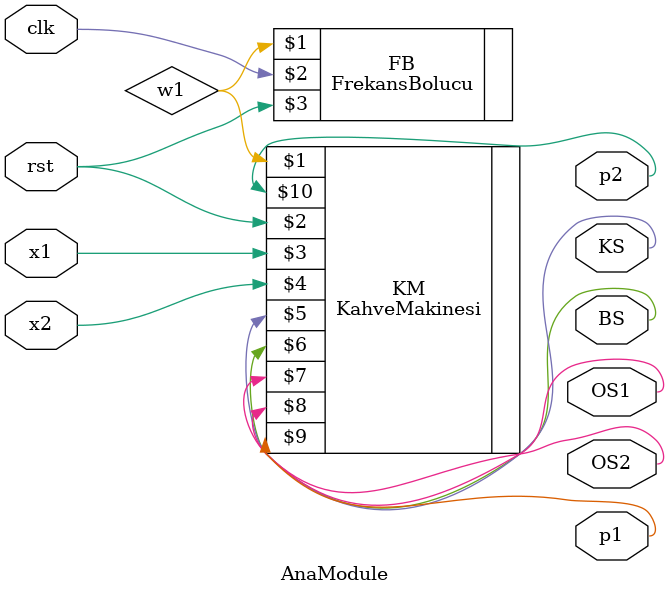
<source format=v>
module AnaModule(clk,rst,x1,x2,KS,BS,OS1,OS2,p1,p2);

    input clk,rst,x1,x2;
    output KS,BS,OS1,OS2,p1,p2;
    
    wire w1;
    
    FrekansBolucu FB(w1,clk,rst);
    
    KahveMakinesi KM(w1,rst,x1,x2,KS,BS,OS1,OS2,p1,p2);
    
endmodule
</source>
